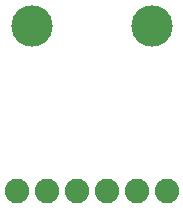
<source format=gbr>
G04 EAGLE Gerber RS-274X export*
G75*
%MOMM*%
%FSLAX34Y34*%
%LPD*%
%INSoldermask Bottom*%
%IPPOS*%
%AMOC8*
5,1,8,0,0,1.08239X$1,22.5*%
G01*
%ADD10C,3.505200*%
%ADD11C,2.082800*%


D10*
X127000Y152400D03*
X25400Y152400D03*
D11*
X12700Y12700D03*
X38100Y12700D03*
X63500Y12700D03*
X88900Y12700D03*
X114300Y12700D03*
X139700Y12700D03*
M02*

</source>
